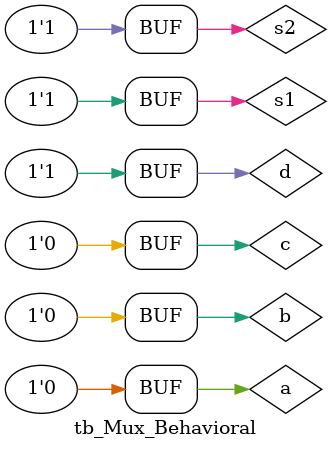
<source format=v>
`timescale 1ns / 1ps


module tb_Mux_Behavioral;

    reg a;
    reg b;
    reg c;
    reg d;
    reg s1;
    reg s2;
    
    wire y;
    
    Mux_Behavioral uut(
        .a(a),
        .b(b),
        .c(c),
        .d(d),
        .s1(s1),
        .s2(s2),
        .y(y)
     );
     
    initial begin
        a=0;
        b=0;
        c=0;
        d=0;
        s1=0;
        s2=0;
        
        $display("TC00");
        #50;
    a=1;
    b=0;
    c=0;
    d=0;
    s1=0;
    s2=0;
    
    $display("TC01");
    #50;
    a=0;
    b=0;
    c=0;
    d=0;
    s1=1;
    s2=0;
    
    $display("TC02");
    #50;
    a=0;
    b=1;
    c=0;
    d=0;
    s1=1;
    s2=0;
    $display("TC03");
    #50;
    a=0;
    b=0;
    c=0;
    d=0;
    s1=0;
    s2=1;
    
    $display("TC04");
    #50;
    a=0;
    b=0;
    c=1;
    d=0;
    s1=0;
    s2=1;
    
    $display("TC05");
    #50;
    a=0;
    b=0;
    c=0;
    d=0;
    s1=1;
    s2=1;
    
    $display("TC06");
    #50;
    a=0;
    b=0;
    c=0;
    d=1;
    s1=1;
    s2=1;
    $display("TC07");
    end
    
endmodule
</source>
